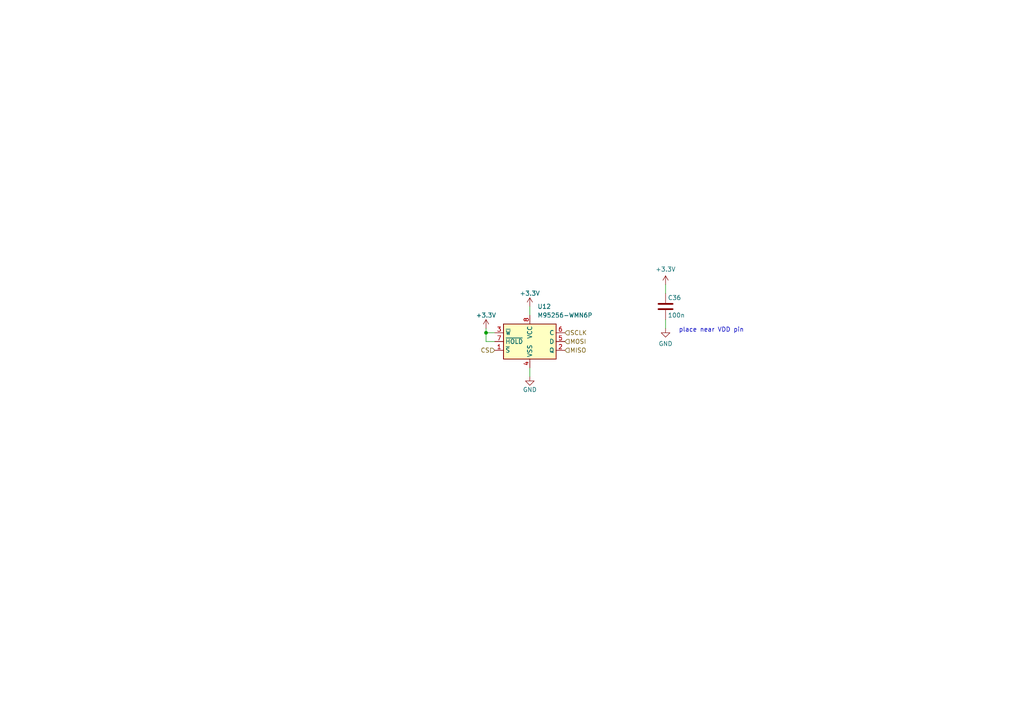
<source format=kicad_sch>
(kicad_sch (version 20230121) (generator eeschema)
  (paper "A4")
  (lib_symbols
    (symbol "Device:C" (pin_numbers hide) (pin_names (offset 0.254))
      (property "Reference" "C" (at 0.635 2.54 0))
      (property "Value" "C" (at 0.635 -2.54 0))
      (symbol "C_0_1"
        (polyline (pts (xy -2.032 -0.762) (xy 2.032 -0.762)) (stroke (width 0.508)))
        (polyline (pts (xy -2.032 0.762) (xy 2.032 0.762)) (stroke (width 0.508)))
      )
      (symbol "C_1_1"
        (pin passive line (at 0 3.81 270) (length 2.794) (name "~") (number "1"))
        (pin passive line (at 0 -3.81 90) (length 2.794) (name "~") (number "2"))
      )
    )
    (symbol "Memory_EEPROM:M95256-WMN6P"
      (property "Reference" "U" (at -7.62 6.35 0))
      (property "Value" "M95256-WMN6P" (at 2.54 -6.35 0))
      (symbol "M95256-WMN6P_1_1"
        (rectangle (start -7.62 5.08) (end 7.62 -5.08) (stroke (width 0.254)) (fill (type background)))
        (pin input line (at -10.16 -2.54 0) (length 2.54) (name "~{S}") (number "1"))
        (pin output line (at 10.16 -2.54 180) (length 2.54) (name "Q") (number "2"))
        (pin input line (at -10.16 2.54 0) (length 2.54) (name "~{W}") (number "3"))
        (pin power_in line (at 0 -7.62 90) (length 2.54) (name "VSS") (number "4"))
        (pin input line (at 10.16 0 180) (length 2.54) (name "D") (number "5"))
        (pin input line (at 10.16 2.54 180) (length 2.54) (name "C") (number "6"))
        (pin input line (at -10.16 0 0) (length 2.54) (name "~{HOLD}") (number "7"))
        (pin power_in line (at 0 7.62 270) (length 2.54) (name "VCC") (number "8"))
      )
    )
    (symbol "power:+3.3V" (power) (pin_names (offset 0))
      (property "Value" "+3.3V" (at 0 3.556 0))
      (symbol "+3.3V_0_1"
        (polyline (pts (xy -0.762 1.27) (xy 0 2.54)))
        (polyline (pts (xy 0 0) (xy 0 2.54)))
        (polyline (pts (xy 0 2.54) (xy 0.762 1.27)))
      )
      (symbol "+3.3V_1_1"
        (pin power_in line (at 0 0 90) (length 0) hide (name "+3.3V") (number "1"))
      )
    )
    (symbol "power:GND" (power) (pin_names (offset 0))
      (property "Value" "GND" (at 0 -3.81 0))
      (symbol "GND_0_1"
        (polyline (pts (xy 0 0) (xy 0 -1.27) (xy 1.27 -1.27) (xy 0 -2.54) (xy -1.27 -1.27) (xy 0 -1.27)))
      )
      (symbol "GND_1_1"
        (pin power_in line (at 0 0 270) (length 0) hide (name "GND") (number "1"))
      )
    )
  )
  (junction (at 140.97 96.52))
  (wire (pts (xy 193.04 92.71) (xy 193.04 95.25)))
  (wire (pts (xy 140.97 96.52) (xy 143.51 96.52)))
  (wire (pts (xy 140.97 95.25) (xy 140.97 96.52)))
  (wire (pts (xy 143.51 99.06) (xy 140.97 99.06)))
  (wire (pts (xy 193.04 82.55) (xy 193.04 85.09)))
  (wire (pts (xy 153.67 106.68) (xy 153.67 109.22)))
  (wire (pts (xy 140.97 99.06) (xy 140.97 96.52)))
  (wire (pts (xy 153.67 88.9) (xy 153.67 91.44)))
  (text "place near VDD pin" (at 196.85 96.52 0) (effects (font (size 1.27 1.27)) (justify left bottom)))
  (hierarchical_label "MISO" (shape input) (at 163.83 101.6 0))
  (hierarchical_label "SCLK" (shape input) (at 163.83 96.52 0))
  (hierarchical_label "MOSI" (shape input) (at 163.83 99.06 0))
  (hierarchical_label "CS" (shape input) (at 143.51 101.6 180))
  (symbol (lib_id "power:+3.3V") (at 140.97 95.25 0) (unit 1)
    (property "Reference" "#PWR085" (effects hide))
    (property "Value" "+3.3V" (at 140.97 91.44 0))
  )
  (symbol (lib_id "Device:C") (at 193.04 88.9 0) (unit 1)
    (property "Reference" "C36" (at 193.675 86.36 0) (effects (justify left)))
    (property "Value" "100n" (at 193.675 91.44 0) (effects (justify left)))
  )
  (symbol (lib_id "power:GND") (at 193.04 95.25 0) (unit 1)
    (property "Reference" "#PWR083" (effects hide))
    (property "Value" "GND" (at 193.04 99.695 0))
  )
  (symbol (lib_id "power:+3.3V") (at 193.04 82.55 0) (unit 1)
    (property "Reference" "#PWR084" (effects hide))
    (property "Value" "+3.3V" (at 193.04 78.105 0))
  )
  (symbol (lib_id "Memory_EEPROM:M95256-WMN6P") (at 153.67 99.06 0) (unit 1)
    (property "Reference" "U12" (at 155.8641 88.9 0) (effects (justify left)))
    (property "Value" "M95256-WMN6P" (at 155.8641 91.44 0) (effects (justify left)))
    (property "Footprint" "Package_SO:SOIC-8_3.9x4.9mm_P1.27mm" (effects hide))
    (property "Datasheet" "http://www.st.com/content/ccc/resource/technical/document/datasheet/9d/75/f0/3e/76/00/4c/0b/CD00103810.pdf/files/CD00103810.pdf/jcr:content/translations/en.CD00103810.pdf" (effects hide))
  )
  (symbol (lib_id "power:+3.3V") (at 153.67 88.9 0) (unit 1)
    (property "Reference" "#PWR080" (effects hide))
    (property "Value" "+3.3V" (at 153.67 85.09 0))
  )
  (symbol (lib_id "power:GND") (at 153.67 109.22 0) (unit 1)
    (property "Reference" "#PWR081" (effects hide))
    (property "Value" "GND" (at 153.67 113.03 0))
  )
)
</source>
